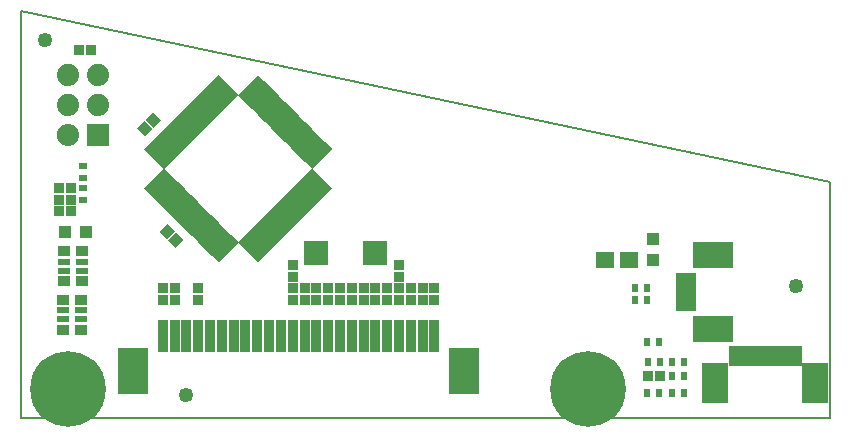
<source format=gbr>
G04 #@! TF.FileFunction,Soldermask,Top*
%FSLAX46Y46*%
G04 Gerber Fmt 4.6, Leading zero omitted, Abs format (unit mm)*
G04 Created by KiCad (PCBNEW 4.1.0-alpha+201608171232+7063~46~ubuntu14.04.1-product) date Tue Aug 30 16:53:00 2016*
%MOMM*%
%LPD*%
G01*
G04 APERTURE LIST*
%ADD10C,0.600000*%
%ADD11C,0.150000*%
%ADD12R,0.650000X1.700000*%
%ADD13R,2.200000X3.400000*%
%ADD14R,2.100000X2.100000*%
%ADD15C,6.400000*%
%ADD16R,0.900000X0.950000*%
%ADD17R,1.117600X1.117600*%
%ADD18R,0.950000X0.900000*%
%ADD19R,1.879600X1.879600*%
%ADD20C,1.879600*%
%ADD21O,1.879600X1.879600*%
%ADD22R,1.625600X1.371600*%
%ADD23R,0.651600X0.601600*%
%ADD24R,0.601600X0.651600*%
%ADD25R,1.117600X0.863600*%
%ADD26R,1.117600X0.609600*%
%ADD27C,1.254000*%
%ADD28R,0.900000X2.800000*%
%ADD29R,2.600000X3.900000*%
%ADD30R,1.700000X0.650000*%
%ADD31R,3.400000X2.200000*%
G04 APERTURE END LIST*
D10*
D11*
X175514000Y-99999800D02*
X175514000Y-80010000D01*
X107010200Y-99999800D02*
X107010200Y-65506600D01*
X175514000Y-80010000D02*
X107010200Y-65506600D01*
X107010200Y-99999800D02*
X175514000Y-99999800D01*
D12*
X167250000Y-94750000D03*
X167750000Y-94750000D03*
X168250000Y-94750000D03*
X168750000Y-94750000D03*
X169250000Y-94750000D03*
X169750000Y-94750000D03*
D13*
X165750000Y-97000000D03*
X174250000Y-97000000D03*
D12*
X170250000Y-94750000D03*
X170750000Y-94750000D03*
X171250000Y-94750000D03*
X171750000Y-94750000D03*
X172250000Y-94750000D03*
X172750000Y-94750000D03*
D14*
X136990000Y-86000000D03*
X132010000Y-86000000D03*
D10*
G36*
X117431162Y-80512184D02*
X119128218Y-78815128D01*
X119764614Y-79451524D01*
X118067558Y-81148580D01*
X117431162Y-80512184D01*
X117431162Y-80512184D01*
G37*
G36*
X117996847Y-81077869D02*
X119693903Y-79380813D01*
X120330299Y-80017209D01*
X118633243Y-81714265D01*
X117996847Y-81077869D01*
X117996847Y-81077869D01*
G37*
G36*
X118562533Y-81643555D02*
X120259589Y-79946499D01*
X120895985Y-80582895D01*
X119198929Y-82279951D01*
X118562533Y-81643555D01*
X118562533Y-81643555D01*
G37*
G36*
X119128218Y-82209240D02*
X120825274Y-80512184D01*
X121461670Y-81148580D01*
X119764614Y-82845636D01*
X119128218Y-82209240D01*
X119128218Y-82209240D01*
G37*
G36*
X119693904Y-82774926D02*
X121390960Y-81077870D01*
X122027356Y-81714266D01*
X120330300Y-83411322D01*
X119693904Y-82774926D01*
X119693904Y-82774926D01*
G37*
G36*
X120259589Y-83340611D02*
X121956645Y-81643555D01*
X122593041Y-82279951D01*
X120895985Y-83977007D01*
X120259589Y-83340611D01*
X120259589Y-83340611D01*
G37*
G36*
X120825274Y-83906296D02*
X122522330Y-82209240D01*
X123158726Y-82845636D01*
X121461670Y-84542692D01*
X120825274Y-83906296D01*
X120825274Y-83906296D01*
G37*
G36*
X121390960Y-84471982D02*
X123088016Y-82774926D01*
X123724412Y-83411322D01*
X122027356Y-85108378D01*
X121390960Y-84471982D01*
X121390960Y-84471982D01*
G37*
G36*
X121956645Y-85037667D02*
X123653701Y-83340611D01*
X124290097Y-83977007D01*
X122593041Y-85674063D01*
X121956645Y-85037667D01*
X121956645Y-85037667D01*
G37*
G36*
X122522331Y-85603353D02*
X124219387Y-83906297D01*
X124855783Y-84542693D01*
X123158727Y-86239749D01*
X122522331Y-85603353D01*
X122522331Y-85603353D01*
G37*
G36*
X123088016Y-86169038D02*
X124785072Y-84471982D01*
X125421468Y-85108378D01*
X123724412Y-86805434D01*
X123088016Y-86169038D01*
X123088016Y-86169038D01*
G37*
G36*
X127047814Y-86805434D02*
X125350758Y-85108378D01*
X125987154Y-84471982D01*
X127684210Y-86169038D01*
X127047814Y-86805434D01*
X127047814Y-86805434D01*
G37*
G36*
X127613499Y-86239749D02*
X125916443Y-84542693D01*
X126552839Y-83906297D01*
X128249895Y-85603353D01*
X127613499Y-86239749D01*
X127613499Y-86239749D01*
G37*
G36*
X128179185Y-85674063D02*
X126482129Y-83977007D01*
X127118525Y-83340611D01*
X128815581Y-85037667D01*
X128179185Y-85674063D01*
X128179185Y-85674063D01*
G37*
G36*
X128744870Y-85108378D02*
X127047814Y-83411322D01*
X127684210Y-82774926D01*
X129381266Y-84471982D01*
X128744870Y-85108378D01*
X128744870Y-85108378D01*
G37*
G36*
X129310556Y-84542692D02*
X127613500Y-82845636D01*
X128249896Y-82209240D01*
X129946952Y-83906296D01*
X129310556Y-84542692D01*
X129310556Y-84542692D01*
G37*
G36*
X129876241Y-83977007D02*
X128179185Y-82279951D01*
X128815581Y-81643555D01*
X130512637Y-83340611D01*
X129876241Y-83977007D01*
X129876241Y-83977007D01*
G37*
G36*
X130441926Y-83411322D02*
X128744870Y-81714266D01*
X129381266Y-81077870D01*
X131078322Y-82774926D01*
X130441926Y-83411322D01*
X130441926Y-83411322D01*
G37*
G36*
X131007612Y-82845636D02*
X129310556Y-81148580D01*
X129946952Y-80512184D01*
X131644008Y-82209240D01*
X131007612Y-82845636D01*
X131007612Y-82845636D01*
G37*
G36*
X131573297Y-82279951D02*
X129876241Y-80582895D01*
X130512637Y-79946499D01*
X132209693Y-81643555D01*
X131573297Y-82279951D01*
X131573297Y-82279951D01*
G37*
G36*
X132138983Y-81714265D02*
X130441927Y-80017209D01*
X131078323Y-79380813D01*
X132775379Y-81077869D01*
X132138983Y-81714265D01*
X132138983Y-81714265D01*
G37*
G36*
X132704668Y-81148580D02*
X131007612Y-79451524D01*
X131644008Y-78815128D01*
X133341064Y-80512184D01*
X132704668Y-81148580D01*
X132704668Y-81148580D01*
G37*
G36*
X131007612Y-78249442D02*
X132704668Y-76552386D01*
X133341064Y-77188782D01*
X131644008Y-78885838D01*
X131007612Y-78249442D01*
X131007612Y-78249442D01*
G37*
G36*
X130441927Y-77683757D02*
X132138983Y-75986701D01*
X132775379Y-76623097D01*
X131078323Y-78320153D01*
X130441927Y-77683757D01*
X130441927Y-77683757D01*
G37*
G36*
X129876241Y-77118071D02*
X131573297Y-75421015D01*
X132209693Y-76057411D01*
X130512637Y-77754467D01*
X129876241Y-77118071D01*
X129876241Y-77118071D01*
G37*
G36*
X129310556Y-76552386D02*
X131007612Y-74855330D01*
X131644008Y-75491726D01*
X129946952Y-77188782D01*
X129310556Y-76552386D01*
X129310556Y-76552386D01*
G37*
G36*
X128744870Y-75986700D02*
X130441926Y-74289644D01*
X131078322Y-74926040D01*
X129381266Y-76623096D01*
X128744870Y-75986700D01*
X128744870Y-75986700D01*
G37*
G36*
X128179185Y-75421015D02*
X129876241Y-73723959D01*
X130512637Y-74360355D01*
X128815581Y-76057411D01*
X128179185Y-75421015D01*
X128179185Y-75421015D01*
G37*
G36*
X127613500Y-74855330D02*
X129310556Y-73158274D01*
X129946952Y-73794670D01*
X128249896Y-75491726D01*
X127613500Y-74855330D01*
X127613500Y-74855330D01*
G37*
G36*
X127047814Y-74289644D02*
X128744870Y-72592588D01*
X129381266Y-73228984D01*
X127684210Y-74926040D01*
X127047814Y-74289644D01*
X127047814Y-74289644D01*
G37*
G36*
X126482129Y-73723959D02*
X128179185Y-72026903D01*
X128815581Y-72663299D01*
X127118525Y-74360355D01*
X126482129Y-73723959D01*
X126482129Y-73723959D01*
G37*
G36*
X125916443Y-73158273D02*
X127613499Y-71461217D01*
X128249895Y-72097613D01*
X126552839Y-73794669D01*
X125916443Y-73158273D01*
X125916443Y-73158273D01*
G37*
G36*
X125350758Y-72592588D02*
X127047814Y-70895532D01*
X127684210Y-71531928D01*
X125987154Y-73228984D01*
X125350758Y-72592588D01*
X125350758Y-72592588D01*
G37*
G36*
X124785072Y-73228984D02*
X123088016Y-71531928D01*
X123724412Y-70895532D01*
X125421468Y-72592588D01*
X124785072Y-73228984D01*
X124785072Y-73228984D01*
G37*
G36*
X124219387Y-73794669D02*
X122522331Y-72097613D01*
X123158727Y-71461217D01*
X124855783Y-73158273D01*
X124219387Y-73794669D01*
X124219387Y-73794669D01*
G37*
G36*
X123653701Y-74360355D02*
X121956645Y-72663299D01*
X122593041Y-72026903D01*
X124290097Y-73723959D01*
X123653701Y-74360355D01*
X123653701Y-74360355D01*
G37*
G36*
X123088016Y-74926040D02*
X121390960Y-73228984D01*
X122027356Y-72592588D01*
X123724412Y-74289644D01*
X123088016Y-74926040D01*
X123088016Y-74926040D01*
G37*
G36*
X122522330Y-75491726D02*
X120825274Y-73794670D01*
X121461670Y-73158274D01*
X123158726Y-74855330D01*
X122522330Y-75491726D01*
X122522330Y-75491726D01*
G37*
G36*
X121956645Y-76057411D02*
X120259589Y-74360355D01*
X120895985Y-73723959D01*
X122593041Y-75421015D01*
X121956645Y-76057411D01*
X121956645Y-76057411D01*
G37*
G36*
X121390960Y-76623096D02*
X119693904Y-74926040D01*
X120330300Y-74289644D01*
X122027356Y-75986700D01*
X121390960Y-76623096D01*
X121390960Y-76623096D01*
G37*
G36*
X120825274Y-77188782D02*
X119128218Y-75491726D01*
X119764614Y-74855330D01*
X121461670Y-76552386D01*
X120825274Y-77188782D01*
X120825274Y-77188782D01*
G37*
G36*
X120259589Y-77754467D02*
X118562533Y-76057411D01*
X119198929Y-75421015D01*
X120895985Y-77118071D01*
X120259589Y-77754467D01*
X120259589Y-77754467D01*
G37*
G36*
X119693903Y-78320153D02*
X117996847Y-76623097D01*
X118633243Y-75986701D01*
X120330299Y-77683757D01*
X119693903Y-78320153D01*
X119693903Y-78320153D01*
G37*
G36*
X119128218Y-78885838D02*
X117431162Y-77188782D01*
X118067558Y-76552386D01*
X119764614Y-78249442D01*
X119128218Y-78885838D01*
X119128218Y-78885838D01*
G37*
D15*
X155000000Y-97500000D03*
X111000000Y-97500000D03*
D16*
X110172500Y-82486500D03*
X111188500Y-82486500D03*
X110172500Y-81496000D03*
X111188500Y-81496000D03*
X110172500Y-80518000D03*
X111188500Y-80518000D03*
D10*
G36*
X120034074Y-84159322D02*
X119362322Y-84831074D01*
X118725926Y-84194678D01*
X119397678Y-83522926D01*
X120034074Y-84159322D01*
X120034074Y-84159322D01*
G37*
G36*
X119444346Y-84913098D02*
X120116098Y-84241346D01*
X120752494Y-84877742D01*
X120080742Y-85549494D01*
X119444346Y-84913098D01*
X119444346Y-84913098D01*
G37*
D16*
X112894000Y-68796000D03*
X111878000Y-68796000D03*
D17*
X160495000Y-84836000D03*
X160495000Y-86614000D03*
X112522000Y-84201000D03*
X110744000Y-84201000D03*
D10*
G36*
X118232888Y-75391364D02*
X117561136Y-74719612D01*
X118197532Y-74083216D01*
X118869284Y-74754968D01*
X118232888Y-75391364D01*
X118232888Y-75391364D01*
G37*
G36*
X117479112Y-74801636D02*
X118150864Y-75473388D01*
X117514468Y-76109784D01*
X116842716Y-75438032D01*
X117479112Y-74801636D01*
X117479112Y-74801636D01*
G37*
D16*
X161139200Y-96453200D03*
X160123200Y-96453200D03*
D18*
X142000000Y-90008000D03*
X142000000Y-88992000D03*
X120000000Y-90008000D03*
X120000000Y-88992000D03*
X122000000Y-90000000D03*
X122000000Y-88984000D03*
X130000000Y-90008000D03*
X130000000Y-88992000D03*
X131000000Y-90008000D03*
X131000000Y-88992000D03*
X132000000Y-90000000D03*
X132000000Y-88984000D03*
X133000000Y-90008000D03*
X133000000Y-88992000D03*
X134000000Y-90008000D03*
X134000000Y-88992000D03*
X135000000Y-90000000D03*
X135000000Y-88984000D03*
X136000000Y-90008000D03*
X136000000Y-88992000D03*
X137000000Y-90016000D03*
X137000000Y-89000000D03*
X138000000Y-90000000D03*
X138000000Y-88984000D03*
X139000000Y-90000000D03*
X139000000Y-88984000D03*
X140000000Y-90016000D03*
X140000000Y-89000000D03*
X141000000Y-90008000D03*
X141000000Y-88992000D03*
X119000000Y-90008000D03*
X119000000Y-88992000D03*
X139000000Y-87000000D03*
X139000000Y-88016000D03*
X130000000Y-87000000D03*
X130000000Y-88016000D03*
D19*
X113540000Y-76000000D03*
D20*
X113540000Y-73460000D03*
X113540000Y-70920000D03*
X111000000Y-73460000D03*
D21*
X111000000Y-76000000D03*
D20*
X111000000Y-70920000D03*
D22*
X158463000Y-86614000D03*
X156431000Y-86614000D03*
D23*
X112242500Y-78638400D03*
X112242500Y-79654400D03*
D24*
X159957000Y-90000000D03*
X158941000Y-90000000D03*
X159957000Y-88924900D03*
X158941000Y-88924900D03*
X161037600Y-97824800D03*
X160021600Y-97824800D03*
X162095000Y-96440500D03*
X163111000Y-96440500D03*
X163111000Y-97837500D03*
X162095000Y-97837500D03*
X161139200Y-95234000D03*
X160123200Y-95234000D03*
D23*
X112262000Y-80496000D03*
X112262000Y-81512000D03*
D24*
X163104400Y-95246700D03*
X162088400Y-95246700D03*
X159992000Y-93500000D03*
X161008000Y-93500000D03*
D25*
X112115600Y-89966800D03*
X110591600Y-89966800D03*
X112115600Y-92506800D03*
X110591600Y-92506800D03*
D26*
X112115600Y-90855800D03*
X112115600Y-91617800D03*
X110591600Y-90855800D03*
X110591600Y-91617800D03*
D25*
X112141000Y-85852000D03*
X110617000Y-85852000D03*
X112141000Y-88392000D03*
X110617000Y-88392000D03*
D26*
X112141000Y-86741000D03*
X112141000Y-87503000D03*
X110617000Y-86741000D03*
X110617000Y-87503000D03*
D27*
X109000000Y-68000000D03*
X172593000Y-88773000D03*
X121000000Y-98000000D03*
D28*
X142000000Y-93000000D03*
X141000000Y-93000000D03*
X140000000Y-93000000D03*
X139000000Y-93000000D03*
X138000000Y-93000000D03*
X137000000Y-93000000D03*
X136000000Y-93000000D03*
X135000000Y-93000000D03*
X134000000Y-93000000D03*
X133000000Y-93000000D03*
X132000000Y-93000000D03*
X131000000Y-93000000D03*
X130000000Y-93000000D03*
X129000000Y-93000000D03*
X128000000Y-93000000D03*
X127000000Y-93000000D03*
X126000000Y-93000000D03*
X125000000Y-93000000D03*
X124000000Y-93000000D03*
X123000000Y-93000000D03*
X122000000Y-93000000D03*
X121000000Y-93000000D03*
X120000000Y-93000000D03*
X119000000Y-93000000D03*
D29*
X116500000Y-96000000D03*
X144500000Y-96000000D03*
D30*
X163299000Y-90551000D03*
X163299000Y-90051000D03*
X163299000Y-89551000D03*
X163299000Y-89051000D03*
X163299000Y-88551000D03*
X163299000Y-88051000D03*
D31*
X165549000Y-92401000D03*
X165549000Y-86201000D03*
M02*

</source>
